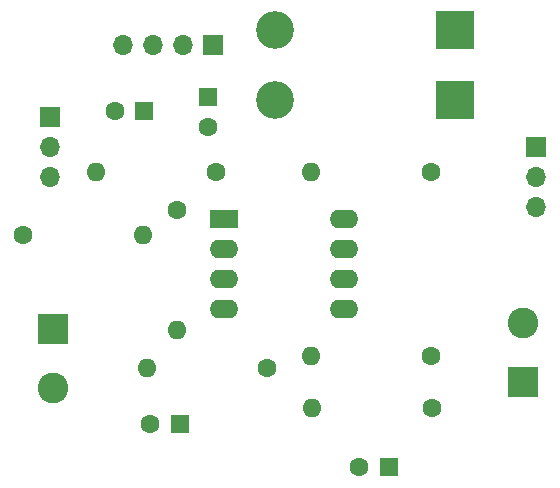
<source format=gbr>
%TF.GenerationSoftware,KiCad,Pcbnew,8.0.1*%
%TF.CreationDate,2024-08-21T14:38:24-03:00*%
%TF.ProjectId,monitoreo_solar,6d6f6e69-746f-4726-956f-5f736f6c6172,rev?*%
%TF.SameCoordinates,Original*%
%TF.FileFunction,Copper,L1,Top*%
%TF.FilePolarity,Positive*%
%FSLAX46Y46*%
G04 Gerber Fmt 4.6, Leading zero omitted, Abs format (unit mm)*
G04 Created by KiCad (PCBNEW 8.0.1) date 2024-08-21 14:38:24*
%MOMM*%
%LPD*%
G01*
G04 APERTURE LIST*
%TA.AperFunction,ComponentPad*%
%ADD10R,3.200000X3.200000*%
%TD*%
%TA.AperFunction,ComponentPad*%
%ADD11O,3.200000X3.200000*%
%TD*%
%TA.AperFunction,ComponentPad*%
%ADD12R,1.600000X1.600000*%
%TD*%
%TA.AperFunction,ComponentPad*%
%ADD13C,1.600000*%
%TD*%
%TA.AperFunction,ComponentPad*%
%ADD14R,1.700000X1.700000*%
%TD*%
%TA.AperFunction,ComponentPad*%
%ADD15O,1.700000X1.700000*%
%TD*%
%TA.AperFunction,ComponentPad*%
%ADD16O,1.600000X1.600000*%
%TD*%
%TA.AperFunction,ComponentPad*%
%ADD17R,2.600000X2.600000*%
%TD*%
%TA.AperFunction,ComponentPad*%
%ADD18C,2.600000*%
%TD*%
%TA.AperFunction,ComponentPad*%
%ADD19R,2.400000X1.600000*%
%TD*%
%TA.AperFunction,ComponentPad*%
%ADD20O,2.400000X1.600000*%
%TD*%
G04 APERTURE END LIST*
D10*
%TO.P,D2,1,K*%
%TO.N,+3.3V*%
X61520000Y-59175000D03*
D11*
%TO.P,D2,2,A*%
%TO.N,Net-(D2-A)*%
X46280000Y-59175000D03*
%TD*%
D12*
%TO.P,C1,1*%
%TO.N,Net-(D1-A)*%
X40575000Y-64869887D03*
D13*
%TO.P,C1,2*%
%TO.N,GND*%
X40575000Y-67369887D03*
%TD*%
D14*
%TO.P,J4,1,Pin_1*%
%TO.N,+3.3V*%
X41000000Y-60400000D03*
D15*
%TO.P,J4,2,Pin_2*%
%TO.N,Net-(D1-A)*%
X38460000Y-60400000D03*
%TO.P,J4,3,Pin_3*%
%TO.N,Net-(D2-A)*%
X35920000Y-60400000D03*
%TO.P,J4,4,Pin_4*%
%TO.N,GND*%
X33380000Y-60400000D03*
%TD*%
D13*
%TO.P,R4,1*%
%TO.N,Vamp1*%
X41280000Y-71200000D03*
D16*
%TO.P,R4,2*%
%TO.N,Net-(D2-A)*%
X31120000Y-71200000D03*
%TD*%
D17*
%TO.P,J3,1,Pin_1*%
%TO.N,GND*%
X67305000Y-89000000D03*
D18*
%TO.P,J3,2,Pin_2*%
%TO.N,+5V*%
X67305000Y-84000000D03*
%TD*%
D12*
%TO.P,C5,1*%
%TO.N,+3.3V*%
X38225000Y-92500000D03*
D13*
%TO.P,C5,2*%
%TO.N,GND*%
X35725000Y-92500000D03*
%TD*%
D14*
%TO.P,J5,1,Pin_1*%
%TO.N,POT_CS*%
X68400000Y-69060000D03*
D15*
%TO.P,J5,2,Pin_2*%
%TO.N,STEP*%
X68400000Y-71600000D03*
%TO.P,J5,3,Pin_3*%
%TO.N,DIR*%
X68400000Y-74140000D03*
%TD*%
D13*
%TO.P,R11,1*%
%TO.N,Net-(U4B-+)*%
X45560000Y-87800000D03*
D16*
%TO.P,R11,2*%
%TO.N,Vpanel*%
X35400000Y-87800000D03*
%TD*%
D12*
%TO.P,C4,1*%
%TO.N,+5V*%
X55880113Y-96150000D03*
D13*
%TO.P,C4,2*%
%TO.N,GND*%
X53380113Y-96150000D03*
%TD*%
%TO.P,R2,1*%
%TO.N,Net-(U4A-+)*%
X38000000Y-74400000D03*
D16*
%TO.P,R2,2*%
%TO.N,GND*%
X38000000Y-84560000D03*
%TD*%
D14*
%TO.P,J2,1,Pin_1*%
%TO.N,+5V*%
X27200000Y-66535000D03*
D15*
%TO.P,J2,2,Pin_2*%
%TO.N,Vcurrent*%
X27200000Y-69075000D03*
%TO.P,J2,3,Pin_3*%
%TO.N,GND*%
X27200000Y-71615000D03*
%TD*%
D17*
%TO.P,J1,1,Pin_1*%
%TO.N,GND*%
X27500000Y-84500000D03*
D18*
%TO.P,J1,2,Pin_2*%
%TO.N,Vpanel*%
X27500000Y-89500000D03*
%TD*%
D12*
%TO.P,C2,1*%
%TO.N,Net-(D2-A)*%
X35200000Y-66000000D03*
D13*
%TO.P,C2,2*%
%TO.N,GND*%
X32700000Y-66000000D03*
%TD*%
D19*
%TO.P,U4,1*%
%TO.N,Vamp1*%
X41915000Y-75200000D03*
D20*
%TO.P,U4,2,-*%
X41915000Y-77740000D03*
%TO.P,U4,3,+*%
%TO.N,Net-(U4A-+)*%
X41915000Y-80280000D03*
%TO.P,U4,4,V-*%
%TO.N,GND*%
X41915000Y-82820000D03*
%TO.P,U4,5,+*%
%TO.N,Net-(U4B-+)*%
X52075000Y-82820000D03*
%TO.P,U4,6,-*%
%TO.N,Pot-*%
X52075000Y-80280000D03*
%TO.P,U4,7*%
%TO.N,Pot+*%
X52075000Y-77740000D03*
%TO.P,U4,8,V+*%
%TO.N,+5V*%
X52075000Y-75200000D03*
%TD*%
D13*
%TO.P,R9,1*%
%TO.N,GND*%
X59480000Y-86800000D03*
D16*
%TO.P,R9,2*%
%TO.N,Pot-*%
X49320000Y-86800000D03*
%TD*%
D10*
%TO.P,D1,1,K*%
%TO.N,+3.3V*%
X61545000Y-65075000D03*
D11*
%TO.P,D1,2,A*%
%TO.N,Net-(D1-A)*%
X46305000Y-65075000D03*
%TD*%
D13*
%TO.P,R1,1*%
%TO.N,Vcurrent*%
X24915000Y-76550000D03*
D16*
%TO.P,R1,2*%
%TO.N,Net-(U4A-+)*%
X35075000Y-76550000D03*
%TD*%
D13*
%TO.P,R3,1*%
%TO.N,Pot+*%
X59480000Y-71200000D03*
D16*
%TO.P,R3,2*%
%TO.N,Net-(D1-A)*%
X49320000Y-71200000D03*
%TD*%
D13*
%TO.P,R10,1*%
%TO.N,GND*%
X59585000Y-91150000D03*
D16*
%TO.P,R10,2*%
%TO.N,Net-(U4B-+)*%
X49425000Y-91150000D03*
%TD*%
M02*

</source>
